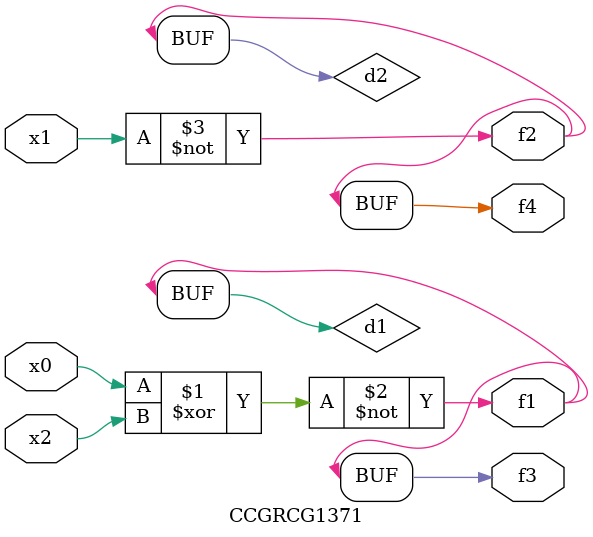
<source format=v>
module CCGRCG1371(
	input x0, x1, x2,
	output f1, f2, f3, f4
);

	wire d1, d2, d3;

	xnor (d1, x0, x2);
	nand (d2, x1);
	nor (d3, x1, x2);
	assign f1 = d1;
	assign f2 = d2;
	assign f3 = d1;
	assign f4 = d2;
endmodule

</source>
